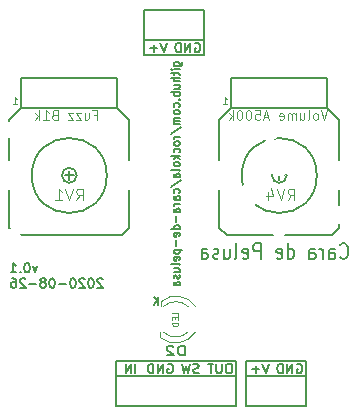
<source format=gbr>
%TF.GenerationSoftware,KiCad,Pcbnew,6.0.0+dfsg1-2*%
%TF.CreationDate,2022-01-11T20:57:41+02:00*%
%TF.ProjectId,cara-de-pelusa,63617261-2d64-4652-9d70-656c7573612e,rev?*%
%TF.SameCoordinates,Original*%
%TF.FileFunction,Legend,Bot*%
%TF.FilePolarity,Positive*%
%FSLAX46Y46*%
G04 Gerber Fmt 4.6, Leading zero omitted, Abs format (unit mm)*
G04 Created by KiCad (PCBNEW 6.0.0+dfsg1-2) date 2022-01-11 20:57:41*
%MOMM*%
%LPD*%
G01*
G04 APERTURE LIST*
%ADD10C,0.150000*%
%ADD11C,0.127000*%
%ADD12C,0.200000*%
%ADD13C,0.081280*%
%ADD14C,0.100000*%
%ADD15C,0.120000*%
%ADD16R,1.930400X1.930400*%
%ADD17O,1.930400X1.930400*%
%ADD18R,1.600000X1.600000*%
%ADD19C,1.600000*%
%ADD20O,1.600000X1.600000*%
%ADD21O,2.250000X2.250000*%
%ADD22R,2.200000X2.200000*%
%ADD23O,2.200000X2.200000*%
%ADD24R,1.800000X1.800000*%
%ADD25C,1.800000*%
G04 APERTURE END LIST*
D10*
X88349500Y-90116571D02*
X88159023Y-90649904D01*
X87968547Y-90116571D01*
X87511404Y-89849904D02*
X87435214Y-89849904D01*
X87359023Y-89888000D01*
X87320928Y-89926095D01*
X87282833Y-90002285D01*
X87244738Y-90154666D01*
X87244738Y-90345142D01*
X87282833Y-90497523D01*
X87320928Y-90573714D01*
X87359023Y-90611809D01*
X87435214Y-90649904D01*
X87511404Y-90649904D01*
X87587595Y-90611809D01*
X87625690Y-90573714D01*
X87663785Y-90497523D01*
X87701880Y-90345142D01*
X87701880Y-90154666D01*
X87663785Y-90002285D01*
X87625690Y-89926095D01*
X87587595Y-89888000D01*
X87511404Y-89849904D01*
X86901880Y-90573714D02*
X86863785Y-90611809D01*
X86901880Y-90649904D01*
X86939976Y-90611809D01*
X86901880Y-90573714D01*
X86901880Y-90649904D01*
X86101880Y-90649904D02*
X86559023Y-90649904D01*
X86330452Y-90649904D02*
X86330452Y-89849904D01*
X86406642Y-89964190D01*
X86482833Y-90040380D01*
X86559023Y-90078476D01*
X93873309Y-91214095D02*
X93835214Y-91176000D01*
X93759023Y-91137904D01*
X93568547Y-91137904D01*
X93492357Y-91176000D01*
X93454261Y-91214095D01*
X93416166Y-91290285D01*
X93416166Y-91366476D01*
X93454261Y-91480761D01*
X93911404Y-91937904D01*
X93416166Y-91937904D01*
X92920928Y-91137904D02*
X92844738Y-91137904D01*
X92768547Y-91176000D01*
X92730452Y-91214095D01*
X92692357Y-91290285D01*
X92654261Y-91442666D01*
X92654261Y-91633142D01*
X92692357Y-91785523D01*
X92730452Y-91861714D01*
X92768547Y-91899809D01*
X92844738Y-91937904D01*
X92920928Y-91937904D01*
X92997119Y-91899809D01*
X93035214Y-91861714D01*
X93073309Y-91785523D01*
X93111404Y-91633142D01*
X93111404Y-91442666D01*
X93073309Y-91290285D01*
X93035214Y-91214095D01*
X92997119Y-91176000D01*
X92920928Y-91137904D01*
X92349500Y-91214095D02*
X92311404Y-91176000D01*
X92235214Y-91137904D01*
X92044738Y-91137904D01*
X91968547Y-91176000D01*
X91930452Y-91214095D01*
X91892357Y-91290285D01*
X91892357Y-91366476D01*
X91930452Y-91480761D01*
X92387595Y-91937904D01*
X91892357Y-91937904D01*
X91397119Y-91137904D02*
X91320928Y-91137904D01*
X91244738Y-91176000D01*
X91206642Y-91214095D01*
X91168547Y-91290285D01*
X91130452Y-91442666D01*
X91130452Y-91633142D01*
X91168547Y-91785523D01*
X91206642Y-91861714D01*
X91244738Y-91899809D01*
X91320928Y-91937904D01*
X91397119Y-91937904D01*
X91473309Y-91899809D01*
X91511404Y-91861714D01*
X91549500Y-91785523D01*
X91587595Y-91633142D01*
X91587595Y-91442666D01*
X91549500Y-91290285D01*
X91511404Y-91214095D01*
X91473309Y-91176000D01*
X91397119Y-91137904D01*
X90787595Y-91633142D02*
X90178071Y-91633142D01*
X89644738Y-91137904D02*
X89568547Y-91137904D01*
X89492357Y-91176000D01*
X89454261Y-91214095D01*
X89416166Y-91290285D01*
X89378071Y-91442666D01*
X89378071Y-91633142D01*
X89416166Y-91785523D01*
X89454261Y-91861714D01*
X89492357Y-91899809D01*
X89568547Y-91937904D01*
X89644738Y-91937904D01*
X89720928Y-91899809D01*
X89759023Y-91861714D01*
X89797119Y-91785523D01*
X89835214Y-91633142D01*
X89835214Y-91442666D01*
X89797119Y-91290285D01*
X89759023Y-91214095D01*
X89720928Y-91176000D01*
X89644738Y-91137904D01*
X88920928Y-91480761D02*
X88997119Y-91442666D01*
X89035214Y-91404571D01*
X89073309Y-91328380D01*
X89073309Y-91290285D01*
X89035214Y-91214095D01*
X88997119Y-91176000D01*
X88920928Y-91137904D01*
X88768547Y-91137904D01*
X88692357Y-91176000D01*
X88654261Y-91214095D01*
X88616166Y-91290285D01*
X88616166Y-91328380D01*
X88654261Y-91404571D01*
X88692357Y-91442666D01*
X88768547Y-91480761D01*
X88920928Y-91480761D01*
X88997119Y-91518857D01*
X89035214Y-91556952D01*
X89073309Y-91633142D01*
X89073309Y-91785523D01*
X89035214Y-91861714D01*
X88997119Y-91899809D01*
X88920928Y-91937904D01*
X88768547Y-91937904D01*
X88692357Y-91899809D01*
X88654261Y-91861714D01*
X88616166Y-91785523D01*
X88616166Y-91633142D01*
X88654261Y-91556952D01*
X88692357Y-91518857D01*
X88768547Y-91480761D01*
X88273309Y-91633142D02*
X87663785Y-91633142D01*
X87320928Y-91214095D02*
X87282833Y-91176000D01*
X87206642Y-91137904D01*
X87016166Y-91137904D01*
X86939976Y-91176000D01*
X86901880Y-91214095D01*
X86863785Y-91290285D01*
X86863785Y-91366476D01*
X86901880Y-91480761D01*
X87359023Y-91937904D01*
X86863785Y-91937904D01*
X86178071Y-91137904D02*
X86330452Y-91137904D01*
X86406642Y-91176000D01*
X86444738Y-91214095D01*
X86520928Y-91328380D01*
X86559023Y-91480761D01*
X86559023Y-91785523D01*
X86520928Y-91861714D01*
X86482833Y-91899809D01*
X86406642Y-91937904D01*
X86254261Y-91937904D01*
X86178071Y-91899809D01*
X86139976Y-91861714D01*
X86101880Y-91785523D01*
X86101880Y-91595047D01*
X86139976Y-91518857D01*
X86178071Y-91480761D01*
X86254261Y-91442666D01*
X86406642Y-91442666D01*
X86482833Y-91480761D01*
X86520928Y-91518857D01*
X86559023Y-91595047D01*
D11*
X99926000Y-73132190D02*
X100492666Y-73132190D01*
X100559333Y-73099809D01*
X100592666Y-73067428D01*
X100626000Y-73002666D01*
X100626000Y-72905523D01*
X100592666Y-72840761D01*
X100359333Y-73132190D02*
X100392666Y-73067428D01*
X100392666Y-72937904D01*
X100359333Y-72873142D01*
X100326000Y-72840761D01*
X100259333Y-72808380D01*
X100059333Y-72808380D01*
X99992666Y-72840761D01*
X99959333Y-72873142D01*
X99926000Y-72937904D01*
X99926000Y-73067428D01*
X99959333Y-73132190D01*
X100392666Y-73456000D02*
X99926000Y-73456000D01*
X99692666Y-73456000D02*
X99726000Y-73423619D01*
X99759333Y-73456000D01*
X99726000Y-73488380D01*
X99692666Y-73456000D01*
X99759333Y-73456000D01*
X99926000Y-73682666D02*
X99926000Y-73941714D01*
X99692666Y-73779809D02*
X100292666Y-73779809D01*
X100359333Y-73812190D01*
X100392666Y-73876952D01*
X100392666Y-73941714D01*
X100392666Y-74168380D02*
X99692666Y-74168380D01*
X100392666Y-74459809D02*
X100026000Y-74459809D01*
X99959333Y-74427428D01*
X99926000Y-74362666D01*
X99926000Y-74265523D01*
X99959333Y-74200761D01*
X99992666Y-74168380D01*
X99926000Y-75075047D02*
X100392666Y-75075047D01*
X99926000Y-74783619D02*
X100292666Y-74783619D01*
X100359333Y-74816000D01*
X100392666Y-74880761D01*
X100392666Y-74977904D01*
X100359333Y-75042666D01*
X100326000Y-75075047D01*
X100392666Y-75398857D02*
X99692666Y-75398857D01*
X99959333Y-75398857D02*
X99926000Y-75463619D01*
X99926000Y-75593142D01*
X99959333Y-75657904D01*
X99992666Y-75690285D01*
X100059333Y-75722666D01*
X100259333Y-75722666D01*
X100326000Y-75690285D01*
X100359333Y-75657904D01*
X100392666Y-75593142D01*
X100392666Y-75463619D01*
X100359333Y-75398857D01*
X100326000Y-76014095D02*
X100359333Y-76046476D01*
X100392666Y-76014095D01*
X100359333Y-75981714D01*
X100326000Y-76014095D01*
X100392666Y-76014095D01*
X100359333Y-76629333D02*
X100392666Y-76564571D01*
X100392666Y-76435047D01*
X100359333Y-76370285D01*
X100326000Y-76337904D01*
X100259333Y-76305523D01*
X100059333Y-76305523D01*
X99992666Y-76337904D01*
X99959333Y-76370285D01*
X99926000Y-76435047D01*
X99926000Y-76564571D01*
X99959333Y-76629333D01*
X100392666Y-77017904D02*
X100359333Y-76953142D01*
X100326000Y-76920761D01*
X100259333Y-76888380D01*
X100059333Y-76888380D01*
X99992666Y-76920761D01*
X99959333Y-76953142D01*
X99926000Y-77017904D01*
X99926000Y-77115047D01*
X99959333Y-77179809D01*
X99992666Y-77212190D01*
X100059333Y-77244571D01*
X100259333Y-77244571D01*
X100326000Y-77212190D01*
X100359333Y-77179809D01*
X100392666Y-77115047D01*
X100392666Y-77017904D01*
X100392666Y-77536000D02*
X99926000Y-77536000D01*
X99992666Y-77536000D02*
X99959333Y-77568380D01*
X99926000Y-77633142D01*
X99926000Y-77730285D01*
X99959333Y-77795047D01*
X100026000Y-77827428D01*
X100392666Y-77827428D01*
X100026000Y-77827428D02*
X99959333Y-77859809D01*
X99926000Y-77924571D01*
X99926000Y-78021714D01*
X99959333Y-78086476D01*
X100026000Y-78118857D01*
X100392666Y-78118857D01*
X99659333Y-78928380D02*
X100559333Y-78345523D01*
X100392666Y-79155047D02*
X99926000Y-79155047D01*
X100059333Y-79155047D02*
X99992666Y-79187428D01*
X99959333Y-79219809D01*
X99926000Y-79284571D01*
X99926000Y-79349333D01*
X100392666Y-79673142D02*
X100359333Y-79608380D01*
X100326000Y-79576000D01*
X100259333Y-79543619D01*
X100059333Y-79543619D01*
X99992666Y-79576000D01*
X99959333Y-79608380D01*
X99926000Y-79673142D01*
X99926000Y-79770285D01*
X99959333Y-79835047D01*
X99992666Y-79867428D01*
X100059333Y-79899809D01*
X100259333Y-79899809D01*
X100326000Y-79867428D01*
X100359333Y-79835047D01*
X100392666Y-79770285D01*
X100392666Y-79673142D01*
X100359333Y-80482666D02*
X100392666Y-80417904D01*
X100392666Y-80288380D01*
X100359333Y-80223619D01*
X100326000Y-80191238D01*
X100259333Y-80158857D01*
X100059333Y-80158857D01*
X99992666Y-80191238D01*
X99959333Y-80223619D01*
X99926000Y-80288380D01*
X99926000Y-80417904D01*
X99959333Y-80482666D01*
X100392666Y-80774095D02*
X99692666Y-80774095D01*
X100126000Y-80838857D02*
X100392666Y-81033142D01*
X99926000Y-81033142D02*
X100192666Y-80774095D01*
X100392666Y-81421714D02*
X100359333Y-81356952D01*
X100326000Y-81324571D01*
X100259333Y-81292190D01*
X100059333Y-81292190D01*
X99992666Y-81324571D01*
X99959333Y-81356952D01*
X99926000Y-81421714D01*
X99926000Y-81518857D01*
X99959333Y-81583619D01*
X99992666Y-81616000D01*
X100059333Y-81648380D01*
X100259333Y-81648380D01*
X100326000Y-81616000D01*
X100359333Y-81583619D01*
X100392666Y-81518857D01*
X100392666Y-81421714D01*
X100392666Y-82036952D02*
X100359333Y-81972190D01*
X100292666Y-81939809D01*
X99692666Y-81939809D01*
X100392666Y-82587428D02*
X100026000Y-82587428D01*
X99959333Y-82555047D01*
X99926000Y-82490285D01*
X99926000Y-82360761D01*
X99959333Y-82296000D01*
X100359333Y-82587428D02*
X100392666Y-82522666D01*
X100392666Y-82360761D01*
X100359333Y-82296000D01*
X100292666Y-82263619D01*
X100226000Y-82263619D01*
X100159333Y-82296000D01*
X100126000Y-82360761D01*
X100126000Y-82522666D01*
X100092666Y-82587428D01*
X99659333Y-83396952D02*
X100559333Y-82814095D01*
X100359333Y-83915047D02*
X100392666Y-83850285D01*
X100392666Y-83720761D01*
X100359333Y-83656000D01*
X100326000Y-83623619D01*
X100259333Y-83591238D01*
X100059333Y-83591238D01*
X99992666Y-83623619D01*
X99959333Y-83656000D01*
X99926000Y-83720761D01*
X99926000Y-83850285D01*
X99959333Y-83915047D01*
X100392666Y-84497904D02*
X100026000Y-84497904D01*
X99959333Y-84465523D01*
X99926000Y-84400761D01*
X99926000Y-84271238D01*
X99959333Y-84206476D01*
X100359333Y-84497904D02*
X100392666Y-84433142D01*
X100392666Y-84271238D01*
X100359333Y-84206476D01*
X100292666Y-84174095D01*
X100226000Y-84174095D01*
X100159333Y-84206476D01*
X100126000Y-84271238D01*
X100126000Y-84433142D01*
X100092666Y-84497904D01*
X100392666Y-84821714D02*
X99926000Y-84821714D01*
X100059333Y-84821714D02*
X99992666Y-84854095D01*
X99959333Y-84886476D01*
X99926000Y-84951238D01*
X99926000Y-85016000D01*
X100392666Y-85534095D02*
X100026000Y-85534095D01*
X99959333Y-85501714D01*
X99926000Y-85436952D01*
X99926000Y-85307428D01*
X99959333Y-85242666D01*
X100359333Y-85534095D02*
X100392666Y-85469333D01*
X100392666Y-85307428D01*
X100359333Y-85242666D01*
X100292666Y-85210285D01*
X100226000Y-85210285D01*
X100159333Y-85242666D01*
X100126000Y-85307428D01*
X100126000Y-85469333D01*
X100092666Y-85534095D01*
X100126000Y-85857904D02*
X100126000Y-86376000D01*
X100392666Y-86991238D02*
X99692666Y-86991238D01*
X100359333Y-86991238D02*
X100392666Y-86926476D01*
X100392666Y-86796952D01*
X100359333Y-86732190D01*
X100326000Y-86699809D01*
X100259333Y-86667428D01*
X100059333Y-86667428D01*
X99992666Y-86699809D01*
X99959333Y-86732190D01*
X99926000Y-86796952D01*
X99926000Y-86926476D01*
X99959333Y-86991238D01*
X100359333Y-87574095D02*
X100392666Y-87509333D01*
X100392666Y-87379809D01*
X100359333Y-87315047D01*
X100292666Y-87282666D01*
X100026000Y-87282666D01*
X99959333Y-87315047D01*
X99926000Y-87379809D01*
X99926000Y-87509333D01*
X99959333Y-87574095D01*
X100026000Y-87606476D01*
X100092666Y-87606476D01*
X100159333Y-87282666D01*
X100126000Y-87897904D02*
X100126000Y-88416000D01*
X99926000Y-88739809D02*
X100626000Y-88739809D01*
X99959333Y-88739809D02*
X99926000Y-88804571D01*
X99926000Y-88934095D01*
X99959333Y-88998857D01*
X99992666Y-89031238D01*
X100059333Y-89063619D01*
X100259333Y-89063619D01*
X100326000Y-89031238D01*
X100359333Y-88998857D01*
X100392666Y-88934095D01*
X100392666Y-88804571D01*
X100359333Y-88739809D01*
X100359333Y-89614095D02*
X100392666Y-89549333D01*
X100392666Y-89419809D01*
X100359333Y-89355047D01*
X100292666Y-89322666D01*
X100026000Y-89322666D01*
X99959333Y-89355047D01*
X99926000Y-89419809D01*
X99926000Y-89549333D01*
X99959333Y-89614095D01*
X100026000Y-89646476D01*
X100092666Y-89646476D01*
X100159333Y-89322666D01*
X100392666Y-90035047D02*
X100359333Y-89970285D01*
X100292666Y-89937904D01*
X99692666Y-89937904D01*
X99926000Y-90585523D02*
X100392666Y-90585523D01*
X99926000Y-90294095D02*
X100292666Y-90294095D01*
X100359333Y-90326476D01*
X100392666Y-90391238D01*
X100392666Y-90488380D01*
X100359333Y-90553142D01*
X100326000Y-90585523D01*
X100359333Y-90876952D02*
X100392666Y-90941714D01*
X100392666Y-91071238D01*
X100359333Y-91136000D01*
X100292666Y-91168380D01*
X100259333Y-91168380D01*
X100192666Y-91136000D01*
X100159333Y-91071238D01*
X100159333Y-90974095D01*
X100126000Y-90909333D01*
X100059333Y-90876952D01*
X100026000Y-90876952D01*
X99959333Y-90909333D01*
X99926000Y-90974095D01*
X99926000Y-91071238D01*
X99959333Y-91136000D01*
X100392666Y-91751238D02*
X100026000Y-91751238D01*
X99959333Y-91718857D01*
X99926000Y-91654095D01*
X99926000Y-91524571D01*
X99959333Y-91459809D01*
X100359333Y-91751238D02*
X100392666Y-91686476D01*
X100392666Y-91524571D01*
X100359333Y-91459809D01*
X100292666Y-91427428D01*
X100226000Y-91427428D01*
X100159333Y-91459809D01*
X100126000Y-91524571D01*
X100126000Y-91686476D01*
X100092666Y-91751238D01*
D12*
X114010380Y-89364285D02*
X114062761Y-89426190D01*
X114219904Y-89488095D01*
X114324666Y-89488095D01*
X114481809Y-89426190D01*
X114586571Y-89302380D01*
X114638952Y-89178571D01*
X114691333Y-88930952D01*
X114691333Y-88745238D01*
X114638952Y-88497619D01*
X114586571Y-88373809D01*
X114481809Y-88250000D01*
X114324666Y-88188095D01*
X114219904Y-88188095D01*
X114062761Y-88250000D01*
X114010380Y-88311904D01*
X113067523Y-89488095D02*
X113067523Y-88807142D01*
X113119904Y-88683333D01*
X113224666Y-88621428D01*
X113434190Y-88621428D01*
X113538952Y-88683333D01*
X113067523Y-89426190D02*
X113172285Y-89488095D01*
X113434190Y-89488095D01*
X113538952Y-89426190D01*
X113591333Y-89302380D01*
X113591333Y-89178571D01*
X113538952Y-89054761D01*
X113434190Y-88992857D01*
X113172285Y-88992857D01*
X113067523Y-88930952D01*
X112543714Y-89488095D02*
X112543714Y-88621428D01*
X112543714Y-88869047D02*
X112491333Y-88745238D01*
X112438952Y-88683333D01*
X112334190Y-88621428D01*
X112229428Y-88621428D01*
X111391333Y-89488095D02*
X111391333Y-88807142D01*
X111443714Y-88683333D01*
X111548476Y-88621428D01*
X111758000Y-88621428D01*
X111862761Y-88683333D01*
X111391333Y-89426190D02*
X111496095Y-89488095D01*
X111758000Y-89488095D01*
X111862761Y-89426190D01*
X111915142Y-89302380D01*
X111915142Y-89178571D01*
X111862761Y-89054761D01*
X111758000Y-88992857D01*
X111496095Y-88992857D01*
X111391333Y-88930952D01*
X109558000Y-89488095D02*
X109558000Y-88188095D01*
X109558000Y-89426190D02*
X109662761Y-89488095D01*
X109872285Y-89488095D01*
X109977047Y-89426190D01*
X110029428Y-89364285D01*
X110081809Y-89240476D01*
X110081809Y-88869047D01*
X110029428Y-88745238D01*
X109977047Y-88683333D01*
X109872285Y-88621428D01*
X109662761Y-88621428D01*
X109558000Y-88683333D01*
X108615142Y-89426190D02*
X108719904Y-89488095D01*
X108929428Y-89488095D01*
X109034190Y-89426190D01*
X109086571Y-89302380D01*
X109086571Y-88807142D01*
X109034190Y-88683333D01*
X108929428Y-88621428D01*
X108719904Y-88621428D01*
X108615142Y-88683333D01*
X108562761Y-88807142D01*
X108562761Y-88930952D01*
X109086571Y-89054761D01*
X107253238Y-89488095D02*
X107253238Y-88188095D01*
X106834190Y-88188095D01*
X106729428Y-88250000D01*
X106677047Y-88311904D01*
X106624666Y-88435714D01*
X106624666Y-88621428D01*
X106677047Y-88745238D01*
X106729428Y-88807142D01*
X106834190Y-88869047D01*
X107253238Y-88869047D01*
X105734190Y-89426190D02*
X105838952Y-89488095D01*
X106048476Y-89488095D01*
X106153238Y-89426190D01*
X106205619Y-89302380D01*
X106205619Y-88807142D01*
X106153238Y-88683333D01*
X106048476Y-88621428D01*
X105838952Y-88621428D01*
X105734190Y-88683333D01*
X105681809Y-88807142D01*
X105681809Y-88930952D01*
X106205619Y-89054761D01*
X105053238Y-89488095D02*
X105158000Y-89426190D01*
X105210380Y-89302380D01*
X105210380Y-88188095D01*
X104162761Y-88621428D02*
X104162761Y-89488095D01*
X104634190Y-88621428D02*
X104634190Y-89302380D01*
X104581809Y-89426190D01*
X104477047Y-89488095D01*
X104319904Y-89488095D01*
X104215142Y-89426190D01*
X104162761Y-89364285D01*
X103691333Y-89426190D02*
X103586571Y-89488095D01*
X103377047Y-89488095D01*
X103272285Y-89426190D01*
X103219904Y-89302380D01*
X103219904Y-89240476D01*
X103272285Y-89116666D01*
X103377047Y-89054761D01*
X103534190Y-89054761D01*
X103638952Y-88992857D01*
X103691333Y-88869047D01*
X103691333Y-88807142D01*
X103638952Y-88683333D01*
X103534190Y-88621428D01*
X103377047Y-88621428D01*
X103272285Y-88683333D01*
X102277047Y-89488095D02*
X102277047Y-88807142D01*
X102329428Y-88683333D01*
X102434190Y-88621428D01*
X102643714Y-88621428D01*
X102748476Y-88683333D01*
X102277047Y-89426190D02*
X102381809Y-89488095D01*
X102643714Y-89488095D01*
X102748476Y-89426190D01*
X102800857Y-89302380D01*
X102800857Y-89178571D01*
X102748476Y-89054761D01*
X102643714Y-88992857D01*
X102381809Y-88992857D01*
X102277047Y-88930952D01*
D10*
%TO.C,J3*%
X101701523Y-71228000D02*
X101777714Y-71189904D01*
X101892000Y-71189904D01*
X102006285Y-71228000D01*
X102082476Y-71304190D01*
X102120571Y-71380380D01*
X102158666Y-71532761D01*
X102158666Y-71647047D01*
X102120571Y-71799428D01*
X102082476Y-71875619D01*
X102006285Y-71951809D01*
X101892000Y-71989904D01*
X101815809Y-71989904D01*
X101701523Y-71951809D01*
X101663428Y-71913714D01*
X101663428Y-71647047D01*
X101815809Y-71647047D01*
X101320571Y-71989904D02*
X101320571Y-71189904D01*
X100863428Y-71989904D01*
X100863428Y-71189904D01*
X100482476Y-71989904D02*
X100482476Y-71189904D01*
X100292000Y-71189904D01*
X100177714Y-71228000D01*
X100101523Y-71304190D01*
X100063428Y-71380380D01*
X100025333Y-71532761D01*
X100025333Y-71647047D01*
X100063428Y-71799428D01*
X100101523Y-71875619D01*
X100177714Y-71951809D01*
X100292000Y-71989904D01*
X100482476Y-71989904D01*
X99313904Y-71189904D02*
X99047238Y-71989904D01*
X98780571Y-71189904D01*
X98513904Y-71685142D02*
X97904380Y-71685142D01*
X98209142Y-71989904D02*
X98209142Y-71380380D01*
D13*
%TO.C,RV1*%
X91633523Y-84510638D02*
X91955257Y-84051019D01*
X92185066Y-84510638D02*
X92185066Y-83545438D01*
X91817371Y-83545438D01*
X91725447Y-83591400D01*
X91679485Y-83637361D01*
X91633523Y-83729285D01*
X91633523Y-83867171D01*
X91679485Y-83959095D01*
X91725447Y-84005057D01*
X91817371Y-84051019D01*
X92185066Y-84051019D01*
X91357752Y-83545438D02*
X91036019Y-84510638D01*
X90714285Y-83545438D01*
X89886971Y-84510638D02*
X90438514Y-84510638D01*
X90162742Y-84510638D02*
X90162742Y-83545438D01*
X90254666Y-83683323D01*
X90346590Y-83775247D01*
X90438514Y-83821209D01*
D14*
X93109761Y-77285857D02*
X93376428Y-77285857D01*
X93376428Y-77704904D02*
X93376428Y-76904904D01*
X92995476Y-76904904D01*
X92347857Y-77171571D02*
X92347857Y-77704904D01*
X92690714Y-77171571D02*
X92690714Y-77590619D01*
X92652619Y-77666809D01*
X92576428Y-77704904D01*
X92462142Y-77704904D01*
X92385952Y-77666809D01*
X92347857Y-77628714D01*
X92043095Y-77171571D02*
X91624047Y-77171571D01*
X92043095Y-77704904D01*
X91624047Y-77704904D01*
X91395476Y-77171571D02*
X90976428Y-77171571D01*
X91395476Y-77704904D01*
X90976428Y-77704904D01*
X89795476Y-77285857D02*
X89681190Y-77323952D01*
X89643095Y-77362047D01*
X89605000Y-77438238D01*
X89605000Y-77552523D01*
X89643095Y-77628714D01*
X89681190Y-77666809D01*
X89757380Y-77704904D01*
X90062142Y-77704904D01*
X90062142Y-76904904D01*
X89795476Y-76904904D01*
X89719285Y-76943000D01*
X89681190Y-76981095D01*
X89643095Y-77057285D01*
X89643095Y-77133476D01*
X89681190Y-77209666D01*
X89719285Y-77247761D01*
X89795476Y-77285857D01*
X90062142Y-77285857D01*
X88843095Y-77704904D02*
X89300238Y-77704904D01*
X89071666Y-77704904D02*
X89071666Y-76904904D01*
X89147857Y-77019190D01*
X89224047Y-77095380D01*
X89300238Y-77133476D01*
X88500238Y-77704904D02*
X88500238Y-76904904D01*
X88424047Y-77400142D02*
X88195476Y-77704904D01*
X88195476Y-77171571D02*
X88500238Y-77476333D01*
X86285285Y-76425428D02*
X86628142Y-76425428D01*
X86456714Y-76425428D02*
X86456714Y-75825428D01*
X86513857Y-75911142D01*
X86571000Y-75968285D01*
X86628142Y-75996857D01*
D10*
%TO.C,J2*%
X104662500Y-98367904D02*
X104510119Y-98367904D01*
X104433928Y-98406000D01*
X104357738Y-98482190D01*
X104319642Y-98634571D01*
X104319642Y-98901238D01*
X104357738Y-99053619D01*
X104433928Y-99129809D01*
X104510119Y-99167904D01*
X104662500Y-99167904D01*
X104738690Y-99129809D01*
X104814880Y-99053619D01*
X104852976Y-98901238D01*
X104852976Y-98634571D01*
X104814880Y-98482190D01*
X104738690Y-98406000D01*
X104662500Y-98367904D01*
X103976785Y-98367904D02*
X103976785Y-99015523D01*
X103938690Y-99091714D01*
X103900595Y-99129809D01*
X103824404Y-99167904D01*
X103672023Y-99167904D01*
X103595833Y-99129809D01*
X103557738Y-99091714D01*
X103519642Y-99015523D01*
X103519642Y-98367904D01*
X103252976Y-98367904D02*
X102795833Y-98367904D01*
X103024404Y-99167904D02*
X103024404Y-98367904D01*
X96661547Y-99167904D02*
X96661547Y-98367904D01*
X96280595Y-99167904D02*
X96280595Y-98367904D01*
X95823452Y-99167904D01*
X95823452Y-98367904D01*
X99392023Y-98406000D02*
X99468214Y-98367904D01*
X99582500Y-98367904D01*
X99696785Y-98406000D01*
X99772976Y-98482190D01*
X99811071Y-98558380D01*
X99849166Y-98710761D01*
X99849166Y-98825047D01*
X99811071Y-98977428D01*
X99772976Y-99053619D01*
X99696785Y-99129809D01*
X99582500Y-99167904D01*
X99506309Y-99167904D01*
X99392023Y-99129809D01*
X99353928Y-99091714D01*
X99353928Y-98825047D01*
X99506309Y-98825047D01*
X99011071Y-99167904D02*
X99011071Y-98367904D01*
X98553928Y-99167904D01*
X98553928Y-98367904D01*
X98172976Y-99167904D02*
X98172976Y-98367904D01*
X97982500Y-98367904D01*
X97868214Y-98406000D01*
X97792023Y-98482190D01*
X97753928Y-98558380D01*
X97715833Y-98710761D01*
X97715833Y-98825047D01*
X97753928Y-98977428D01*
X97792023Y-99053619D01*
X97868214Y-99129809D01*
X97982500Y-99167904D01*
X98172976Y-99167904D01*
X102008214Y-99129809D02*
X101893928Y-99167904D01*
X101703452Y-99167904D01*
X101627261Y-99129809D01*
X101589166Y-99091714D01*
X101551071Y-99015523D01*
X101551071Y-98939333D01*
X101589166Y-98863142D01*
X101627261Y-98825047D01*
X101703452Y-98786952D01*
X101855833Y-98748857D01*
X101932023Y-98710761D01*
X101970119Y-98672666D01*
X102008214Y-98596476D01*
X102008214Y-98520285D01*
X101970119Y-98444095D01*
X101932023Y-98406000D01*
X101855833Y-98367904D01*
X101665357Y-98367904D01*
X101551071Y-98406000D01*
X101284404Y-98367904D02*
X101093928Y-99167904D01*
X100941547Y-98596476D01*
X100789166Y-99167904D01*
X100598690Y-98367904D01*
%TO.C,J1*%
X107949904Y-98367904D02*
X107683238Y-99167904D01*
X107416571Y-98367904D01*
X107149904Y-98863142D02*
X106540380Y-98863142D01*
X106845142Y-99167904D02*
X106845142Y-98558380D01*
X110337523Y-98406000D02*
X110413714Y-98367904D01*
X110528000Y-98367904D01*
X110642285Y-98406000D01*
X110718476Y-98482190D01*
X110756571Y-98558380D01*
X110794666Y-98710761D01*
X110794666Y-98825047D01*
X110756571Y-98977428D01*
X110718476Y-99053619D01*
X110642285Y-99129809D01*
X110528000Y-99167904D01*
X110451809Y-99167904D01*
X110337523Y-99129809D01*
X110299428Y-99091714D01*
X110299428Y-98825047D01*
X110451809Y-98825047D01*
X109956571Y-99167904D02*
X109956571Y-98367904D01*
X109499428Y-99167904D01*
X109499428Y-98367904D01*
X109118476Y-99167904D02*
X109118476Y-98367904D01*
X108928000Y-98367904D01*
X108813714Y-98406000D01*
X108737523Y-98482190D01*
X108699428Y-98558380D01*
X108661333Y-98710761D01*
X108661333Y-98825047D01*
X108699428Y-98977428D01*
X108737523Y-99053619D01*
X108813714Y-99129809D01*
X108928000Y-99167904D01*
X109118476Y-99167904D01*
D13*
%TO.C,RV4*%
X109540523Y-84510638D02*
X109862257Y-84051019D01*
X110092066Y-84510638D02*
X110092066Y-83545438D01*
X109724371Y-83545438D01*
X109632447Y-83591400D01*
X109586485Y-83637361D01*
X109540523Y-83729285D01*
X109540523Y-83867171D01*
X109586485Y-83959095D01*
X109632447Y-84005057D01*
X109724371Y-84051019D01*
X110092066Y-84051019D01*
X109264752Y-83545438D02*
X108943019Y-84510638D01*
X108621285Y-83545438D01*
X107885895Y-83867171D02*
X107885895Y-84510638D01*
X108115704Y-83499476D02*
X108345514Y-84188904D01*
X107748009Y-84188904D01*
D14*
X112902476Y-76904904D02*
X112635809Y-77704904D01*
X112369142Y-76904904D01*
X111988190Y-77704904D02*
X112064380Y-77666809D01*
X112102476Y-77628714D01*
X112140571Y-77552523D01*
X112140571Y-77323952D01*
X112102476Y-77247761D01*
X112064380Y-77209666D01*
X111988190Y-77171571D01*
X111873904Y-77171571D01*
X111797714Y-77209666D01*
X111759619Y-77247761D01*
X111721523Y-77323952D01*
X111721523Y-77552523D01*
X111759619Y-77628714D01*
X111797714Y-77666809D01*
X111873904Y-77704904D01*
X111988190Y-77704904D01*
X111264380Y-77704904D02*
X111340571Y-77666809D01*
X111378666Y-77590619D01*
X111378666Y-76904904D01*
X110616761Y-77171571D02*
X110616761Y-77704904D01*
X110959619Y-77171571D02*
X110959619Y-77590619D01*
X110921523Y-77666809D01*
X110845333Y-77704904D01*
X110731047Y-77704904D01*
X110654857Y-77666809D01*
X110616761Y-77628714D01*
X110235809Y-77704904D02*
X110235809Y-77171571D01*
X110235809Y-77247761D02*
X110197714Y-77209666D01*
X110121523Y-77171571D01*
X110007238Y-77171571D01*
X109931047Y-77209666D01*
X109892952Y-77285857D01*
X109892952Y-77704904D01*
X109892952Y-77285857D02*
X109854857Y-77209666D01*
X109778666Y-77171571D01*
X109664380Y-77171571D01*
X109588190Y-77209666D01*
X109550095Y-77285857D01*
X109550095Y-77704904D01*
X108864380Y-77666809D02*
X108940571Y-77704904D01*
X109092952Y-77704904D01*
X109169142Y-77666809D01*
X109207238Y-77590619D01*
X109207238Y-77285857D01*
X109169142Y-77209666D01*
X109092952Y-77171571D01*
X108940571Y-77171571D01*
X108864380Y-77209666D01*
X108826285Y-77285857D01*
X108826285Y-77362047D01*
X109207238Y-77438238D01*
X107912000Y-77476333D02*
X107531047Y-77476333D01*
X107988190Y-77704904D02*
X107721523Y-76904904D01*
X107454857Y-77704904D01*
X106807238Y-76904904D02*
X107188190Y-76904904D01*
X107226285Y-77285857D01*
X107188190Y-77247761D01*
X107112000Y-77209666D01*
X106921523Y-77209666D01*
X106845333Y-77247761D01*
X106807238Y-77285857D01*
X106769142Y-77362047D01*
X106769142Y-77552523D01*
X106807238Y-77628714D01*
X106845333Y-77666809D01*
X106921523Y-77704904D01*
X107112000Y-77704904D01*
X107188190Y-77666809D01*
X107226285Y-77628714D01*
X106273904Y-76904904D02*
X106197714Y-76904904D01*
X106121523Y-76943000D01*
X106083428Y-76981095D01*
X106045333Y-77057285D01*
X106007238Y-77209666D01*
X106007238Y-77400142D01*
X106045333Y-77552523D01*
X106083428Y-77628714D01*
X106121523Y-77666809D01*
X106197714Y-77704904D01*
X106273904Y-77704904D01*
X106350095Y-77666809D01*
X106388190Y-77628714D01*
X106426285Y-77552523D01*
X106464380Y-77400142D01*
X106464380Y-77209666D01*
X106426285Y-77057285D01*
X106388190Y-76981095D01*
X106350095Y-76943000D01*
X106273904Y-76904904D01*
X105512000Y-76904904D02*
X105435809Y-76904904D01*
X105359619Y-76943000D01*
X105321523Y-76981095D01*
X105283428Y-77057285D01*
X105245333Y-77209666D01*
X105245333Y-77400142D01*
X105283428Y-77552523D01*
X105321523Y-77628714D01*
X105359619Y-77666809D01*
X105435809Y-77704904D01*
X105512000Y-77704904D01*
X105588190Y-77666809D01*
X105626285Y-77628714D01*
X105664380Y-77552523D01*
X105702476Y-77400142D01*
X105702476Y-77209666D01*
X105664380Y-77057285D01*
X105626285Y-76981095D01*
X105588190Y-76943000D01*
X105512000Y-76904904D01*
X104902476Y-77704904D02*
X104902476Y-76904904D01*
X104826285Y-77400142D02*
X104597714Y-77704904D01*
X104597714Y-77171571D02*
X104902476Y-77476333D01*
X104065285Y-76425428D02*
X104408142Y-76425428D01*
X104236714Y-76425428D02*
X104236714Y-75825428D01*
X104293857Y-75911142D01*
X104351000Y-75968285D01*
X104408142Y-75996857D01*
D10*
%TO.C,D2*%
X100814095Y-97643904D02*
X100814095Y-96843904D01*
X100576000Y-96843904D01*
X100433142Y-96882000D01*
X100337904Y-96958190D01*
X100290285Y-97034380D01*
X100242666Y-97186761D01*
X100242666Y-97301047D01*
X100290285Y-97453428D01*
X100337904Y-97529619D01*
X100433142Y-97605809D01*
X100576000Y-97643904D01*
X100814095Y-97643904D01*
X99861714Y-96920095D02*
X99814095Y-96882000D01*
X99718857Y-96843904D01*
X99480761Y-96843904D01*
X99385523Y-96882000D01*
X99337904Y-96920095D01*
X99290285Y-96996285D01*
X99290285Y-97072476D01*
X99337904Y-97186761D01*
X99909333Y-97643904D01*
X99290285Y-97643904D01*
D14*
X100276790Y-94293571D02*
X100276790Y-94055476D01*
X99776790Y-94055476D01*
X100014885Y-94460238D02*
X100014885Y-94626904D01*
X100276790Y-94698333D02*
X100276790Y-94460238D01*
X99776790Y-94460238D01*
X99776790Y-94698333D01*
X100276790Y-94912619D02*
X99776790Y-94912619D01*
X99776790Y-95031666D01*
X99800600Y-95103095D01*
X99848219Y-95150714D01*
X99895838Y-95174523D01*
X99991076Y-95198333D01*
X100062504Y-95198333D01*
X100157742Y-95174523D01*
X100205361Y-95150714D01*
X100252980Y-95103095D01*
X100276790Y-95031666D01*
X100276790Y-94912619D01*
D11*
X98582142Y-93362428D02*
X98582142Y-92762428D01*
X98239285Y-93362428D02*
X98496428Y-93019571D01*
X98239285Y-92762428D02*
X98582142Y-93105285D01*
%TO.C,J3*%
X97409000Y-72263000D02*
X102489000Y-72263000D01*
X102489000Y-68453000D02*
X97409000Y-68453000D01*
X97409000Y-70993000D02*
X97409000Y-68453000D01*
X97409000Y-70993000D02*
X102489000Y-70993000D01*
X102489000Y-72263000D02*
X102489000Y-70993000D01*
X102489000Y-70993000D02*
X102489000Y-68453000D01*
X97409000Y-72263000D02*
X97409000Y-70993000D01*
%TO.C,RV1*%
X86995000Y-76708000D02*
X86995000Y-74168000D01*
X91059000Y-82803000D02*
X91059000Y-82073000D01*
X85979000Y-86868000D02*
X85979000Y-83693000D01*
X95504000Y-87503000D02*
X86614000Y-87503000D01*
X96139000Y-86868000D02*
X95504000Y-87503000D01*
X95123000Y-74168000D02*
X95123000Y-76708000D01*
X86614000Y-87503000D02*
X85979000Y-86868000D01*
X86995000Y-74168000D02*
X95123000Y-74168000D01*
X96139000Y-77724000D02*
X95123000Y-76708000D01*
X96139000Y-77724000D02*
X96139000Y-81153000D01*
X95123000Y-76708000D02*
X86995000Y-76708000D01*
X91424000Y-82438000D02*
X90694000Y-82438000D01*
X96139000Y-86868000D02*
X96139000Y-83693000D01*
X86995000Y-76708000D02*
X85979000Y-77724000D01*
X85979000Y-77724000D02*
X85979000Y-81153000D01*
X91694000Y-82423000D02*
G75*
G03*
X91694000Y-82423000I-635000J0D01*
G01*
X94234000Y-82438000D02*
G75*
G03*
X94234000Y-82438000I-3175000J0D01*
G01*
%TO.C,J2*%
X105132500Y-99441000D02*
X94972500Y-99441000D01*
X94972500Y-98171000D02*
X105132500Y-98171000D01*
X105132500Y-99441000D02*
X105132500Y-98171000D01*
X94972500Y-99441000D02*
X94972500Y-98171000D01*
X94972500Y-101981000D02*
X94972500Y-99441000D01*
X94972500Y-101981000D02*
X105132500Y-101981000D01*
X105132500Y-101981000D02*
X105132500Y-99441000D01*
%TO.C,J1*%
X111125000Y-99441000D02*
X106045000Y-99441000D01*
X106045000Y-99441000D02*
X106045000Y-98171000D01*
X106045000Y-98171000D02*
X111125000Y-98171000D01*
X106045000Y-101981000D02*
X106045000Y-99441000D01*
X106045000Y-101981000D02*
X111125000Y-101981000D01*
X111125000Y-101981000D02*
X111125000Y-99441000D01*
X111125000Y-99441000D02*
X111125000Y-98171000D01*
%TO.C,RV4*%
X104394000Y-87503000D02*
X103759000Y-86868000D01*
X104775000Y-74168000D02*
X112903000Y-74168000D01*
X113919000Y-77724000D02*
X112903000Y-76708000D01*
X104775000Y-76708000D02*
X103759000Y-77724000D01*
X109204000Y-82438000D02*
X108474000Y-82438000D01*
X112903000Y-76708000D02*
X104775000Y-76708000D01*
X103759000Y-77724000D02*
X103759000Y-81153000D01*
X112903000Y-74168000D02*
X112903000Y-76708000D01*
X113919000Y-86868000D02*
X113919000Y-83693000D01*
X113284000Y-87503000D02*
X104394000Y-87503000D01*
X103759000Y-86868000D02*
X103759000Y-83693000D01*
X113919000Y-77724000D02*
X113919000Y-81153000D01*
X113919000Y-86868000D02*
X113284000Y-87503000D01*
X108839000Y-82803000D02*
X108839000Y-82073000D01*
X104775000Y-76708000D02*
X104775000Y-74168000D01*
X109474000Y-82423000D02*
G75*
G03*
X109474000Y-82423000I-635000J0D01*
G01*
X112014000Y-82438000D02*
G75*
G03*
X112014000Y-82438000I-3175000J0D01*
G01*
D15*
%TO.C,D2*%
X98806000Y-93497400D02*
X98806000Y-93141800D01*
X98755200Y-96139000D02*
X98755200Y-95695000D01*
X101117130Y-93535163D02*
G75*
G03*
X99035039Y-93535000I-1041130J-1079837D01*
G01*
X99035039Y-95695000D02*
G75*
G03*
X101117130Y-95694837I1040961J1080000D01*
G01*
X98806000Y-96189800D02*
G75*
G03*
X101748334Y-95693608I1244679J1591132D01*
G01*
X101748334Y-93536393D02*
G75*
G03*
X98806000Y-93141800I-1639431J-1057386D01*
G01*
%TD*%
%LPC*%
D16*
%TO.C,J3*%
X98679000Y-69723000D03*
D17*
X101219000Y-69723000D03*
%TD*%
D18*
%TO.C,C5*%
X104648000Y-71120000D03*
D19*
X107148000Y-71120000D03*
%TD*%
%TO.C,R2*%
X93980000Y-78613000D03*
D20*
X86360000Y-78613000D03*
%TD*%
D19*
%TO.C,R6*%
X113919000Y-93345000D03*
D20*
X113919000Y-100965000D03*
%TD*%
D19*
%TO.C,R1*%
X86233000Y-95377000D03*
D20*
X86233000Y-87757000D03*
%TD*%
D19*
%TO.C,R4*%
X92710000Y-81280000D03*
D20*
X92710000Y-88900000D03*
%TD*%
D19*
%TO.C,C6*%
X113919000Y-90805000D03*
X113919000Y-85805000D03*
%TD*%
D17*
%TO.C,RV5*%
X108839000Y-86614000D03*
X106299000Y-84074000D03*
X108839000Y-81534000D03*
%TD*%
D21*
%TO.C,RV1*%
X86059000Y-82438000D03*
X96059000Y-82438000D03*
D16*
X88519000Y-75438000D03*
D17*
X91059000Y-75438000D03*
X93599000Y-75438000D03*
%TD*%
D19*
%TO.C,R3*%
X89408000Y-81280000D03*
D20*
X89408000Y-88900000D03*
%TD*%
D19*
%TO.C,C7*%
X101727000Y-74295000D03*
X101727000Y-79295000D03*
%TD*%
D22*
%TO.C,D1*%
X98298000Y-84836000D03*
D23*
X98298000Y-74676000D03*
%TD*%
D16*
%TO.C,Q2*%
X110363000Y-91059000D03*
D17*
X102743000Y-91059000D03*
X107823000Y-91059000D03*
X105283000Y-91059000D03*
%TD*%
D18*
%TO.C,C1*%
X89027000Y-99314000D03*
D19*
X86527000Y-99314000D03*
%TD*%
D16*
%TO.C,J2*%
X96242500Y-100711000D03*
D17*
X98782500Y-100711000D03*
X101322500Y-100711000D03*
X103862500Y-100711000D03*
%TD*%
D19*
%TO.C,C3*%
X107950000Y-78740000D03*
X112950000Y-78740000D03*
%TD*%
D18*
%TO.C,C2*%
X92456000Y-71120000D03*
D19*
X94956000Y-71120000D03*
%TD*%
D16*
%TO.C,Q1*%
X96520000Y-93599000D03*
D17*
X88900000Y-93599000D03*
X93980000Y-93599000D03*
X91440000Y-93599000D03*
%TD*%
D19*
%TO.C,C4*%
X101473000Y-87884000D03*
X96473000Y-87884000D03*
%TD*%
D16*
%TO.C,J1*%
X107315000Y-100711000D03*
D17*
X109855000Y-100711000D03*
%TD*%
D19*
%TO.C,R5*%
X103632000Y-96647000D03*
D20*
X111252000Y-96647000D03*
%TD*%
D21*
%TO.C,RV4*%
X113839000Y-82438000D03*
X103839000Y-82438000D03*
D16*
X106299000Y-75438000D03*
D17*
X108839000Y-75438000D03*
X111379000Y-75438000D03*
%TD*%
D24*
%TO.C,D2*%
X98806000Y-94615000D03*
D25*
X101346000Y-94615000D03*
%TD*%
M02*

</source>
